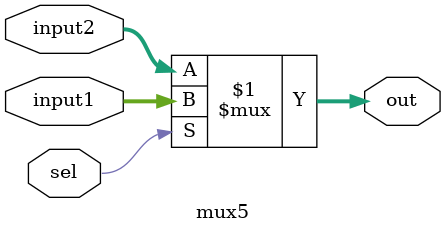
<source format=v>
`timescale 1ns / 1ps


module mux5(
    input sel,
    input [4:0] input1,
    input [4:0] input2,
    output [4:0] out
    );
    
    assign out = sel?input1:input2;
endmodule

</source>
